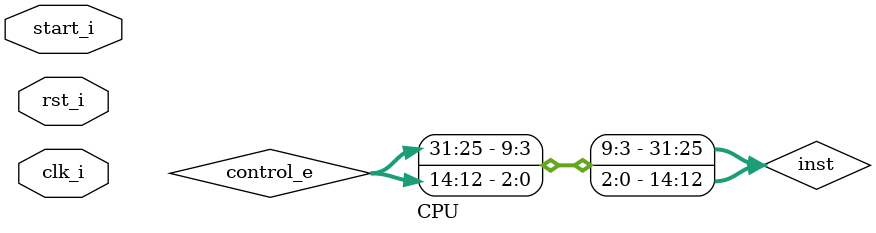
<source format=v>
module CPU
(
    clk_i, 
    rst_i,
    start_i
);

// Ports
input               clk_i;
input               rst_i;
input               start_i;
wire    [31:0]  addr_result;
wire    [31:0]  inst;
wire    [6:0]   control_a;
wire    [4:0]   control_b;
wire    [4:0]   control_c;
wire    [4:0]   control_d;
wire    [31:0]  control_e;

assign  control_a = inst[6:0];
assign  control_b = inst[19:15];
assign  control_c = inst[24:20];
assign  control_d = inst[11:7];
assign  control_e = inst[31:0];


Control Control(
    .instr_i       (IF_ID.instr_o),
    //.RegDst_o   (MUX_RegDst.select_i),
    .operation_o   (),
    .ALUSrc_o      ()
);

Adder Add_PC(
    .data1_in   (PC.pc_o),
    .data2_in   (32'd4),
    .data_o     ()
);

Adder_shift ADD(
    .data1_in   (IF_ID.addr_o),             // IF/ID out
    .data2_in   (Sign_Extend.data_o),      // IMM GEN out (sign extend)
    .data_o     ()
);

PC PC(
    .clk_i      (clk_i),
    .rst_i      (rst_i),
    .start_i    (start_i),
    .select_i   (Hazard_Detection.pc_o),//hazard detection unit out
    .pc_i       (MUX_PC.data_o),        // first mux related
    .pc_o       ()  
);

Instruction_Memory Instruction_Memory(
    .addr_i     (PC.pc_o), 
    .instr_o    ()
);

Data_Memory Data_Memory(
    .clk_i      (clk_i),
    .data1_i    (EX_MEM.addr_data_o),                        
    .data2_i    (EX_MEM.write_data_o),       
    .Mem_Read_i (EX_MEM.Mem_Read_o),
    .Mem_Write_i(EX_MEM.Mem_Write_o),
    .data_o     ()                          // mem/wb in 2
);

Registers Registers(
    .clk_i      (clk_i),
    .RSaddr_i   (IF_ID.instr_o[19:15]),
    .RTaddr_i   (IF_ID.instr_o[24:20]),
    .RDaddr_i   (MEM_WB.reg_RDaddr_o), 
    .RDdata_i   (MEM_WB.reg_RDdata_o),    
    .RegWrite_i (MEM_WB.reg_write_o),  
    .RSdata_o   (), 
    .RTdata_o   ()
);

/*
MUX5 MUX_RegDst(
    .data1_i    (),
    .data2_i    (),
    .select_i   (),
    .data_o     ()
);
*/


MUX4 MUX_ALUSrc(
    .data1_i    (mux3.data_o),
    .data2_i    (ID_EX.Sign_Extend_o),
    .select_i   (ID_EX.ALUSrc_o),
    .data_o     ()
);
muxhazard muxhazard(
    .data1_i    (Control.operation_o),
    .data2_i    (4'b1111),
    .select_i   (Hazard_Detection.pc_o),
    .data_o     ()
);


MUX_PC MUX_PC(
    .data1_i    (Add_PC.data_o),
    .data2_i    (ADD.data_o),  // beq
    .select_i   (Hazard_Detection.branch_o),
    .data_o     ()
);

Sign_Extend Sign_Extend(
    .data_i     (IF_ID.instr_o),
    .data_o     ()
);

  

ALU ALU(
    .data1_i    (mux2.data_o),
    .data2_i    (MUX_ALUSrc.data_o),
    .ALUCtrl_i  (ID_EX.operation_o),
    .data_o     (),
    .Zero_o     ()
);



//ALU_Control ALU_Control(
//    .funct_i    (),
//    .ALUOp_i    (ID_EX.ALUOp_o),
//    .ALUCtrl_o  ()
//);

Hazard_Detection Hazard_Detection(
    .pc_o               (),
    .branch_o           (),   //branch happened, handle flush and tell mux pc 
    .equal_i            (Equal.data_o),   // branch
    .IF_ID_rs_i         (IF_ID.instr_o[19:15]),
    .IF_ID_rt_i         (IF_ID.instr_o[24:20]),
    .ID_EX_rd_i         (ID_EX.instr_o[11:7]),
    .ID_EX_MEM_read_i   (ID_EX.EX_MEM_M_o)
);

IF_ID IF_ID(
    .clk_i                  (clk_i),
    .pc_i                   (PC.pc_o),
    .Instruction_Memory_i   (Instruction_Memory.instr_o),
    .Hazard_Detection_i     (Hazard_Detection.pc_o),   // stall
    .Flush_i                (Hazard_Detection.branch_o),
    .instr_o                (),
    .addr_o                 ()  // handle beq, go to add  
); 

ID_EX ID_EX(
    .clk_i          (clk_i),
    .addr_i         (IF_ID.addr_o),
    .operation_i    (muxhazard.data_o),
    .operation_o    (),
    .data1_i        (Registers.RSdata_o),
    .data2_i        (Registers.RTdata_o),
    .Sign_Extend_i  (Sign_Extend.data_o),
    .instr_i        (IF_ID.instr_o),
    .mux2_o         (),
    .mux3_o         (),
    .EX_MEM_WB_o    (),
    .EX_MEM_M_o     (),
    .forwarding_rs_i(IF_ID.instr_o[19:15]),
    .forwarding_rs_o(),
    .forwarding_rt_i(IF_ID.instr_o[24:20]),
    .forwarding_rt_o(),
    .instr_o        (),
    .alu_src_i      (Control.ALUSrc_o),
    .ALUSrc_o       (),
    .Sign_Extend_o  ()
);
EX_MEM EX_MEM(
    .clk_i          (clk_i),
    .operation_i    (ID_EX.operation_o),
    .operation_o    (),
    .ID_EX_Wb_i     (ID_EX.EX_MEM_WB_o),
    .ID_EX_M_i      (ID_EX.EX_MEM_M_o),
    .MEM_WB_Wb_o    (),
    .alu_i          (ALU.data_o),         
    .mux3_i         (mux3.data_o),  
    .instr_i        (ID_EX.instr_o), 
    .Mem_Read_o     (),      
    .Mem_Write_o    (),     
    .write_data_o   (),   //data memory
    .addr_data_o    (),   //data memory 
    .forwarding_rd_o()
);


MEM_WB MEM_WB(
    .clk_i          (clk_i),
    .EX_MEM_Wb_i    (EX_MEM.MEM_WB_Wb_o),
    .Data_Memory_i  (Data_Memory.data_o),
    .addr_data_i    (EX_MEM.addr_data_o),
    .instr_i        (EX_MEM.forwarding_rd_o),
    .operation_i    (EX_MEM.operation_o),
    .reg_write_o    (),  //register control signal
    .reg_RDaddr_o   (),  //register address 
    .reg_RDdata_o   (),  //register data
    .forwarding_rd_o()   //forwarding register data
);

Equal Equal(
    .data1_i    (Registers.RSdata_o),   
    .data2_i    (Registers.RTdata_o),
    .data_o     (),  //1ÊÇ°lÉúequal beq
    .operation_i(Control.operation_o)
);

Forwarding Forwarding(
    .forward_MUX2_o (),
    .forward_MUX3_o (),
    .ID_EX_rs_i     (ID_EX.forwarding_rs_o),
    .ID_EX_rt_i     (ID_EX.forwarding_rt_o),
    .EX_MEM_rd_i    (EX_MEM.forwarding_rd_o),
    .EX_MEM_wb_i    (EX_MEM.MEM_WB_Wb_o),
    .MEM_WB_rd_i    (MEM_WB.forwarding_rd_o),
    .MEM_WB_wb_i    (MEM_WB.reg_write_o)

);

MUX32 mux2(
    .data_o     (),
    .data1_i    (ID_EX.mux2_o),
    .data2_i    (MEM_WB.reg_RDdata_o),
    .data3_i    (EX_MEM.addr_data_o),
    .select_i   (Forwarding.forward_MUX2_o)
);

MUX32 mux3(
    .data_o     (),
    .data1_i    (ID_EX.mux3_o),
    .data2_i    (MEM_WB.reg_RDdata_o),
    .data3_i    (EX_MEM.addr_data_o),
    .select_i   (Forwarding.forward_MUX3_o)
);

endmodule


</source>
